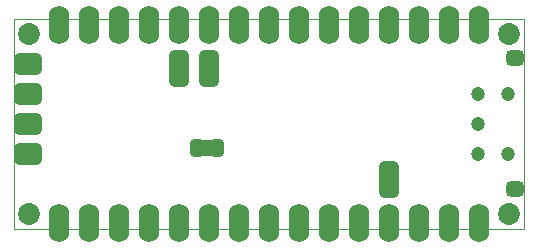
<source format=gbs>
G04*
G04 #@! TF.GenerationSoftware,Altium Limited,Altium Designer,24.2.2 (26)*
G04*
G04 Layer_Color=16711935*
%FSLAX44Y44*%
%MOMM*%
G71*
G04*
G04 #@! TF.SameCoordinates,84A61C28-107D-4167-A594-B99BE37EB826*
G04*
G04*
G04 #@! TF.FilePolarity,Negative*
G04*
G01*
G75*
%ADD12C,0.1000*%
G04:AMPARAMS|DCode=40|XSize=1.11mm|YSize=1.47mm|CornerRadius=0.2498mm|HoleSize=0mm|Usage=FLASHONLY|Rotation=180.000|XOffset=0mm|YOffset=0mm|HoleType=Round|Shape=RoundedRectangle|*
%AMROUNDEDRECTD40*
21,1,1.1100,0.9705,0,0,180.0*
21,1,0.6105,1.4700,0,0,180.0*
1,1,0.4995,-0.3053,0.4853*
1,1,0.4995,0.3053,0.4853*
1,1,0.4995,0.3053,-0.4853*
1,1,0.4995,-0.3053,-0.4853*
%
%ADD40ROUNDEDRECTD40*%
%ADD78O,1.7272X3.2512*%
%ADD79C,1.1000*%
%ADD80C,1.8542*%
%ADD97C,1.0000*%
%ADD103R,1.6667X1.2700*%
%ADD104R,1.8295X1.4700*%
%ADD105R,1.9472X1.4700*%
G04:AMPARAMS|DCode=106|XSize=1.2032mm|YSize=1.2032mm|CornerRadius=0.6016mm|HoleSize=0mm|Usage=FLASHONLY|Rotation=90.000|XOffset=0mm|YOffset=0mm|HoleType=Round|Shape=RoundedRectangle|*
%AMROUNDEDRECTD106*
21,1,1.2032,0.0000,0,0,90.0*
21,1,0.0000,1.2032,0,0,90.0*
1,1,1.2032,0.0000,0.0000*
1,1,1.2032,0.0000,0.0000*
1,1,1.2032,0.0000,0.0000*
1,1,1.2032,0.0000,0.0000*
%
%ADD106ROUNDEDRECTD106*%
G04:AMPARAMS|DCode=107|XSize=1.4532mm|YSize=1.6732mm|CornerRadius=0.3829mm|HoleSize=0mm|Usage=FLASHONLY|Rotation=270.000|XOffset=0mm|YOffset=0mm|HoleType=Round|Shape=RoundedRectangle|*
%AMROUNDEDRECTD107*
21,1,1.4532,0.9075,0,0,270.0*
21,1,0.6875,1.6732,0,0,270.0*
1,1,0.7657,-0.4537,-0.3438*
1,1,0.7657,-0.4537,0.3438*
1,1,0.7657,0.4537,0.3438*
1,1,0.7657,0.4537,-0.3438*
%
%ADD107ROUNDEDRECTD107*%
G04:AMPARAMS|DCode=108|XSize=2.4mm|YSize=1.9mm|CornerRadius=0.5mm|HoleSize=0mm|Usage=FLASHONLY|Rotation=0.000|XOffset=0mm|YOffset=0mm|HoleType=Round|Shape=RoundedRectangle|*
%AMROUNDEDRECTD108*
21,1,2.4000,0.9000,0,0,0.0*
21,1,1.4000,1.9000,0,0,0.0*
1,1,1.0000,0.7000,-0.4500*
1,1,1.0000,-0.7000,-0.4500*
1,1,1.0000,-0.7000,0.4500*
1,1,1.0000,0.7000,0.4500*
%
%ADD108ROUNDEDRECTD108*%
G04:AMPARAMS|DCode=109|XSize=1.5mm|YSize=1.3mm|CornerRadius=0.35mm|HoleSize=0mm|Usage=FLASHONLY|Rotation=0.000|XOffset=0mm|YOffset=0mm|HoleType=Round|Shape=RoundedRectangle|*
%AMROUNDEDRECTD109*
21,1,1.5000,0.6000,0,0,0.0*
21,1,0.8000,1.3000,0,0,0.0*
1,1,0.7000,0.4000,-0.3000*
1,1,0.7000,-0.4000,-0.3000*
1,1,0.7000,-0.4000,0.3000*
1,1,0.7000,0.4000,0.3000*
%
%ADD109ROUNDEDRECTD109*%
D12*
Y177800D02*
X431800D01*
Y0D02*
Y177800D01*
X0Y0D02*
X431800D01*
X0D02*
Y177800D01*
D40*
X154700Y68200D02*
D03*
X171700D02*
D03*
D78*
X139550Y5080D02*
D03*
X393550D02*
D03*
X114150D02*
D03*
X88750D02*
D03*
X190350D02*
D03*
X215750D02*
D03*
X291950D02*
D03*
X241150D02*
D03*
X342750D02*
D03*
X317350D02*
D03*
X63500D02*
D03*
X164950D02*
D03*
X266550D02*
D03*
X368150D02*
D03*
X38100D02*
D03*
X139550Y172720D02*
D03*
X393550D02*
D03*
X114150D02*
D03*
X88750D02*
D03*
X190350D02*
D03*
X215750D02*
D03*
X291950D02*
D03*
X241150D02*
D03*
X342750D02*
D03*
X317350D02*
D03*
X63500D02*
D03*
X164950D02*
D03*
X266550D02*
D03*
X368150D02*
D03*
X38100D02*
D03*
D79*
Y0D02*
D03*
X63500D02*
D03*
X88900D02*
D03*
X114300D02*
D03*
X139700D02*
D03*
X165100D02*
D03*
X190500D02*
D03*
X215900D02*
D03*
X241300D02*
D03*
X266700D02*
D03*
X292100D02*
D03*
X317500D02*
D03*
X342900D02*
D03*
X368300D02*
D03*
X393700D02*
D03*
X38100Y177800D02*
D03*
X63500D02*
D03*
X88900D02*
D03*
X114300D02*
D03*
X139700D02*
D03*
X165100D02*
D03*
X190500D02*
D03*
X215900D02*
D03*
X241300D02*
D03*
X266700D02*
D03*
X292100D02*
D03*
X317500D02*
D03*
X342900D02*
D03*
X368300D02*
D03*
X393700D02*
D03*
D80*
X419100Y165100D02*
D03*
Y12700D02*
D03*
X12700D02*
D03*
Y165100D02*
D03*
D97*
X17780Y118110D02*
D03*
Y143510D02*
D03*
D103*
X139765Y135499D02*
D03*
X317608Y42000D02*
D03*
X165015Y135499D02*
D03*
D104*
X163275Y68200D02*
D03*
D105*
X163671D02*
D03*
D106*
X418084Y63500D02*
D03*
X392684D02*
D03*
Y114300D02*
D03*
X418084D02*
D03*
X392684Y88900D02*
D03*
D107*
X139751Y127449D02*
D03*
Y143549D02*
D03*
X317620Y50050D02*
D03*
Y33950D02*
D03*
X165001Y127449D02*
D03*
Y143549D02*
D03*
D108*
X11888Y139700D02*
D03*
Y114300D02*
D03*
Y88900D02*
D03*
Y63500D02*
D03*
D109*
X424027Y144435D02*
D03*
Y33360D02*
D03*
M02*

</source>
